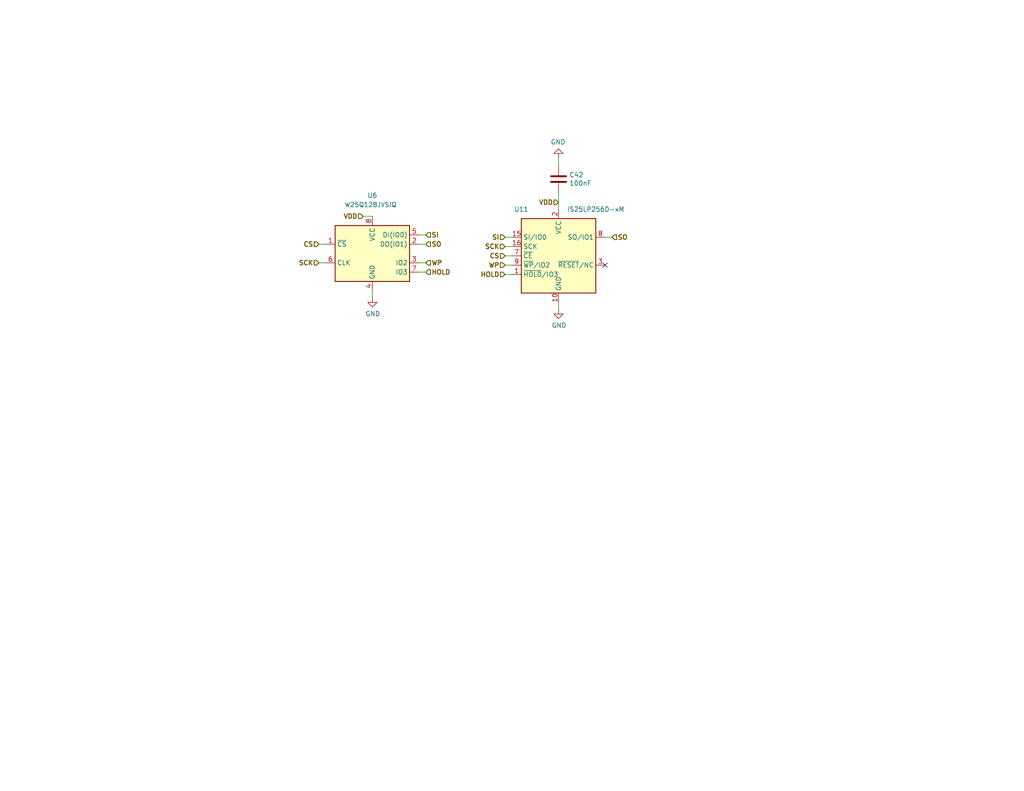
<source format=kicad_sch>
(kicad_sch (version 20211123) (generator eeschema)
  (paper "A")
  (title_block (title "microRusEFI-2L") (date "2020-05-24") (rev "R0.5.2") (company "rusEFI.com") (comment 1 "Donald Becker") (comment 2 "AI6OD"))
  (lib_symbols
    (symbol "Device:C" (pin_numbers hide) (pin_names (offset 0.254))
      (property "Reference" "C" (at 0.635 2.54 0))
      (property "Value" "C" (at 0.635 -2.54 0))
      (symbol "C_0_1"
        (polyline (pts (xy -2.032 -0.762) (xy 2.032 -0.762)) (stroke (width 0.508)))
        (polyline (pts (xy -2.032 0.762) (xy 2.032 0.762)) (stroke (width 0.508)))
      )
      (symbol "C_1_1"
        (pin passive line (at 0 3.81 270) (length 2.794) (name "~") (number "1"))
        (pin passive line (at 0 -3.81 90) (length 2.794) (name "~") (number "2"))
      )
    )
    (symbol "Memory_Flash:IS25WP256D-xM"
      (property "Reference" "U" (at -8.89 11.43 0))
      (property "Value" "IS25WP256D-xM" (at 8.89 11.43 0))
      (symbol "IS25WP256D-xM_0_1"
        (rectangle (start 10.16 -10.16) (end -10.16 10.16) (stroke (width 0.254)) (fill (type background)))
        (pin bidirectional line (at -12.7 -5.08 0) (length 2.54) (name "~{HOLD}/IO3") (number "1"))
        (pin power_in line (at 0 -12.7 90) (length 2.54) (name "GND") (number "10"))
        (pin no_connect line (at 10.16 0 180) (length 2.54) hide (name "NC") (number "11"))
        (pin no_connect line (at 10.16 -5.08 180) (length 2.54) hide (name "NC") (number "12"))
        (pin no_connect line (at 10.16 7.62 180) (length 2.54) hide (name "NC") (number "13"))
        (pin no_connect line (at 10.16 -7.62 180) (length 2.54) hide (name "NC") (number "14"))
        (pin bidirectional line (at -12.7 5.08 0) (length 2.54) (name "SI/IO0") (number "15"))
        (pin input line (at -12.7 2.54 0) (length 2.54) (name "SCK") (number "16"))
        (pin power_in line (at 0 12.7 270) (length 2.54) (name "VCC") (number "2"))
        (pin input line (at 12.7 -2.54 180) (length 2.54) (name "~{RESET}/NC") (number "3"))
        (pin no_connect line (at -10.16 7.62 0) (length 2.54) hide (name "NC") (number "4"))
        (pin no_connect line (at -10.16 -7.62 0) (length 2.54) hide (name "NC") (number "5"))
        (pin no_connect line (at 10.16 2.54 180) (length 2.54) hide (name "NC") (number "6"))
        (pin input line (at -12.7 0 0) (length 2.54) (name "~{CE}") (number "7"))
        (pin bidirectional line (at 12.7 5.08 180) (length 2.54) (name "SO/IO1") (number "8"))
        (pin bidirectional line (at -12.7 -2.54 0) (length 2.54) (name "~{WP}/IO2") (number "9"))
      )
    )
    (symbol "Memory_Flash:W25Q32JVSS"
      (property "Reference" "U" (at -8.89 8.89 0))
      (property "Value" "W25Q32JVSS" (at 7.62 8.89 0))
      (symbol "W25Q32JVSS_0_1"
        (rectangle (start -10.16 7.62) (end 10.16 -7.62) (stroke (width 0.254)) (fill (type background)))
      )
      (symbol "W25Q32JVSS_1_1"
        (pin input line (at -12.7 2.54 0) (length 2.54) (name "~{CS}") (number "1"))
        (pin bidirectional line (at 12.7 2.54 180) (length 2.54) (name "DO(IO1)") (number "2"))
        (pin bidirectional line (at 12.7 -2.54 180) (length 2.54) (name "IO2") (number "3"))
        (pin power_in line (at 0 -10.16 90) (length 2.54) (name "GND") (number "4"))
        (pin bidirectional line (at 12.7 5.08 180) (length 2.54) (name "DI(IO0)") (number "5"))
        (pin input line (at -12.7 -2.54 0) (length 2.54) (name "CLK") (number "6"))
        (pin bidirectional line (at 12.7 -5.08 180) (length 2.54) (name "IO3") (number "7"))
        (pin power_in line (at 0 10.16 270) (length 2.54) (name "VCC") (number "8"))
      )
    )
    (symbol "power:GND" (power) (pin_names (offset 0))
      (property "Value" "GND" (at 0 -3.81 0))
      (symbol "GND_0_1"
        (polyline (pts (xy 0 0) (xy 0 -1.27) (xy 1.27 -1.27) (xy 0 -2.54) (xy -1.27 -1.27) (xy 0 -1.27)))
      )
      (symbol "GND_1_1"
        (pin power_in line (at 0 0 270) (length 0) hide (name "GND") (number "1"))
      )
    )
  )
  (no_connect (at 165.1 72.39))
  (wire (pts (xy 114.3 74.295) (xy 116.205 74.295)))
  (wire (pts (xy 152.4 43.18) (xy 152.4 45.085)))
  (wire (pts (xy 167.005 64.77) (xy 165.1 64.77)))
  (wire (pts (xy 137.795 72.39) (xy 139.7 72.39)))
  (wire (pts (xy 152.4 57.15) (xy 152.4 52.705)))
  (wire (pts (xy 101.6 79.375) (xy 101.6 81.28)))
  (wire (pts (xy 114.3 66.675) (xy 116.205 66.675)))
  (wire (pts (xy 137.795 64.77) (xy 139.7 64.77)))
  (wire (pts (xy 114.3 71.755) (xy 116.205 71.755)))
  (wire (pts (xy 137.795 74.93) (xy 139.7 74.93)))
  (wire (pts (xy 86.995 66.675) (xy 88.9 66.675)))
  (wire (pts (xy 86.995 71.755) (xy 88.9 71.755)))
  (wire (pts (xy 114.3 64.135) (xy 116.205 64.135)))
  (wire (pts (xy 137.795 69.85) (xy 139.7 69.85)))
  (wire (pts (xy 137.795 67.31) (xy 139.7 67.31)))
  (wire (pts (xy 152.4 82.55) (xy 152.4 84.455)))
  (wire (pts (xy 101.6 59.055) (xy 99.06 59.055)))
  (hierarchical_label "WP" (shape input) (at 116.205 71.755 0) (effects (font (thickness 0.254) bold)))
  (hierarchical_label "SCK" (shape input) (at 86.995 71.755 180) (effects (font (thickness 0.254) bold)))
  (hierarchical_label "CS" (shape input) (at 86.995 66.675 180) (effects (font (thickness 0.254) bold)))
  (hierarchical_label "CS" (shape input) (at 137.795 69.85 180) (effects (font (thickness 0.254) bold)))
  (hierarchical_label "HOLD" (shape input) (at 116.205 74.295 0) (effects (font (thickness 0.254) bold)))
  (hierarchical_label "WP" (shape input) (at 137.795 72.39 180) (effects (font (thickness 0.254) bold)))
  (hierarchical_label "SI" (shape input) (at 137.795 64.77 180) (effects (font (thickness 0.254) bold)))
  (hierarchical_label "VDD" (shape input) (at 99.06 59.055 180) (effects (font (thickness 0.254) bold)))
  (hierarchical_label "SCK" (shape input) (at 137.795 67.31 180) (effects (font (thickness 0.254) bold)))
  (hierarchical_label "SO" (shape input) (at 167.005 64.77 0) (effects (font (thickness 0.254) bold)))
  (hierarchical_label "SI" (shape input) (at 116.205 64.135 0) (effects (font (thickness 0.254) bold)))
  (hierarchical_label "VDD" (shape input) (at 152.4 55.245 180) (effects (font (thickness 0.254) bold)))
  (hierarchical_label "HOLD" (shape input) (at 137.795 74.93 180) (effects (font (thickness 0.254) bold)))
  (hierarchical_label "SO" (shape input) (at 116.205 66.675 0) (effects (font (thickness 0.254) bold)))
  (symbol (lib_id "Memory_Flash:IS25WP256D-xM") (at 152.4 69.85 0) (unit 1)
    (property "Reference" "U11" (at 142.24 57.15 0))
    (property "Value" "IS25LP256D-xM" (at 162.56 57.15 0))
    (property "Footprint" "Package_SO:SOIC-16W_7.5x10.3mm_P1.27mm" (effects hide))
    (property "Datasheet" "http://www.issi.com/WW/pdf/IS25LP(WP)256D.pdf" (effects hide))
    (property "Manufacturer" "ISSI" (effects hide))
    (property "Part #" "IS25LP256D-RMLE" (effects hide))
  )
  (symbol (lib_id "power:GND") (at 152.4 84.455 0) (unit 1)
    (property "Reference" "#PWR0212" (effects hide))
    (property "Value" "GND" (at 152.527 88.8492 0))
  )
  (symbol (lib_id "Device:C") (at 152.4 48.895 0) (unit 1)
    (property "Reference" "C42" (at 155.321 47.7266 0) (effects (justify left)))
    (property "Value" "100nF" (at 155.321 50.038 0) (effects (justify left)))
    (property "Footprint" "Capacitor_SMD:C_0603_1608Metric" (effects hide))
    (property "Part #" "C0603C104J5RACTU" (effects hide))
    (property "VEND" "DIGI" (effects hide))
    (property "VEND#" "399-7844-1-ND" (effects hide))
    (property "Manufacturer" "KEMET" (effects hide))
    (property "LCSC" "C14663" (effects hide))
  )
  (symbol (lib_id "power:GND") (at 152.4 43.18 180) (unit 1)
    (property "Reference" "#PWR0213" (effects hide))
    (property "Value" "GND" (at 152.273 38.7858 0))
  )
  (symbol (lib_id "Memory_Flash:W25Q32JVSS") (at 101.6 69.215 0) (unit 1)
    (property "Reference" "U6" (at 101.6 53.34 0))
    (property "Value" "W25Q128JVSIQ " (at 101.6 55.88 0))
    (property "Footprint" "hw_microRusEfi-master:SO-8_5.3x6.2mm_P1.27mm-150+208" (effects hide))
    (property "Datasheet" "http://www.winbond.com/resource-files/w25q32jv%20revg%2003272018%20plus.pdf" (effects hide))
    (property "LCSC" "C97521" (effects hide))
  )
  (symbol (lib_id "power:GND") (at 101.6 81.28 0) (unit 1)
    (property "Reference" "#PWR024" (effects hide))
    (property "Value" "GND" (at 101.727 85.6742 0))
  )
)
</source>
